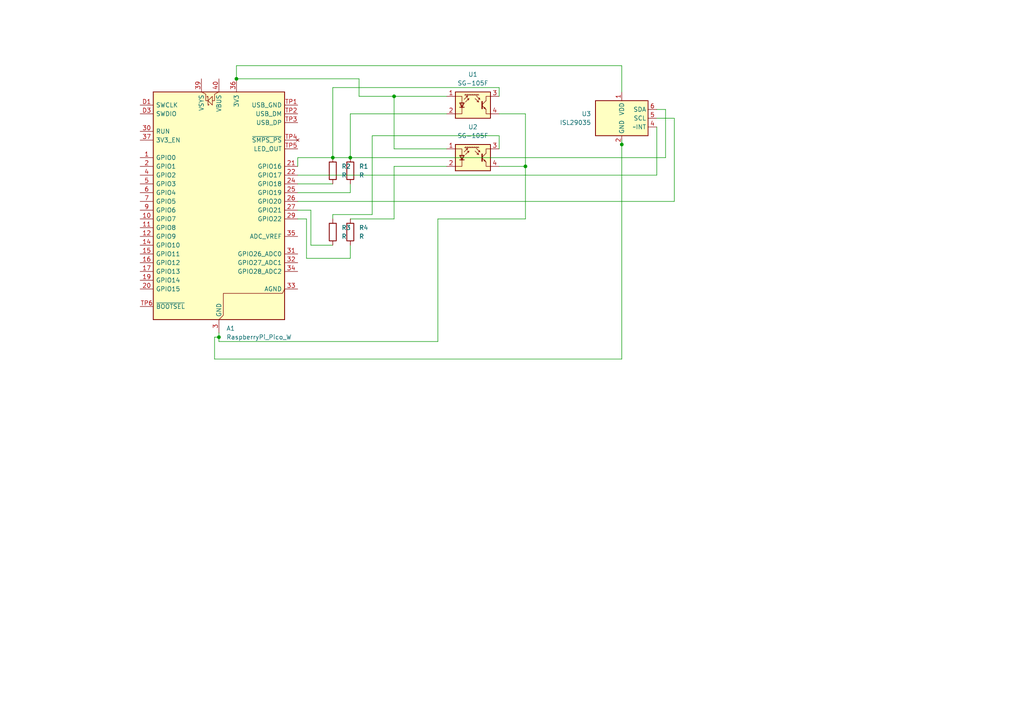
<source format=kicad_sch>
(kicad_sch (version 20250114) (generator "eeschema") (generator_version "9.0")
  (paper "A4")
  (lib_symbols
    (symbol "Device:R" (pin_numbers (hide yes)) (pin_names (offset 0))
      (property "Reference" "R" (at 2.032 0 90))
      (property "Value" "R" (at 0 0 90))
      (symbol "R_0_1"
        (rectangle (start -1.016 -2.54) (end 1.016 2.54) (stroke (width 0.254)))
      )
      (symbol "R_1_1"
        (pin passive line (at 0 3.81 270) (length 1.27) (name "~") (number "1"))
        (pin passive line (at 0 -3.81 90) (length 1.27) (name "~") (number "2"))
      )
    )
    (symbol "MCU_Module:RaspberryPi_Pico_W_Extensive" (pin_names (offset 0.762))
      (property "Reference" "A" (at -19.05 35.56 0))
      (property "Value" "RaspberryPi_Pico_W" (at 7.62 35.56 0))
      (symbol "RaspberryPi_Pico_W_Extensive_0_1"
        (rectangle (start -19.05 34.29) (end 19.05 -31.75) (stroke (width 0.254)) (fill (type background)))
        (polyline (pts (xy -5.08 34.29) (xy -3.81 33.655) (xy -3.81 31.75) (xy -3.175 31.75)))
        (polyline (pts (xy -3.429 32.766) (xy -3.429 33.02) (xy -3.175 33.02) (xy -3.175 30.48) (xy -2.921 30.48) (xy -2.921 30.734)))
        (polyline (pts (xy -3.175 31.75) (xy -1.905 33.02) (xy -1.905 30.48) (xy -3.175 31.75)))
        (polyline (pts (xy 0 34.29) (xy -1.27 33.655) (xy -1.27 31.75) (xy -1.905 31.75)))
        (polyline (pts (xy 0 -31.75) (xy 1.27 -30.48) (xy 1.27 -24.13) (xy 18.415 -24.13) (xy 19.05 -22.86)))
      )
      (symbol "RaspberryPi_Pico_W_Extensive_1_1"
        (pin input line (at -22.86 30.48 0) (length 3.81) (name "SWCLK") (number "D1"))
        (pin bidirectional line (at -22.86 27.94 0) (length 3.81) (name "SWDIO") (number "D3"))
        (pin passive line (at -22.86 22.86 0) (length 3.81) (name "RUN") (number "30"))
        (pin passive line (at -22.86 20.32 0) (length 3.81) (name "3V3_EN") (number "37"))
        (pin bidirectional line (at -22.86 15.24 0) (length 3.81) (name "GPIO0") (number "1"))
        (pin bidirectional line (at -22.86 12.7 0) (length 3.81) (name "GPIO1") (number "2"))
        (pin bidirectional line (at -22.86 10.16 0) (length 3.81) (name "GPIO2") (number "4"))
        (pin bidirectional line (at -22.86 7.62 0) (length 3.81) (name "GPIO3") (number "5"))
        (pin bidirectional line (at -22.86 5.08 0) (length 3.81) (name "GPIO4") (number "6"))
        (pin bidirectional line (at -22.86 2.54 0) (length 3.81) (name "GPIO5") (number "7"))
        (pin bidirectional line (at -22.86 0 0) (length 3.81) (name "GPIO6") (number "9"))
        (pin bidirectional line (at -22.86 -2.54 0) (length 3.81) (name "GPIO7") (number "10"))
        (pin bidirectional line (at -22.86 -5.08 0) (length 3.81) (name "GPIO8") (number "11"))
        (pin bidirectional line (at -22.86 -7.62 0) (length 3.81) (name "GPIO9") (number "12"))
        (pin bidirectional line (at -22.86 -10.16 0) (length 3.81) (name "GPIO10") (number "14"))
        (pin bidirectional line (at -22.86 -12.7 0) (length 3.81) (name "GPIO11") (number "15"))
        (pin bidirectional line (at -22.86 -15.24 0) (length 3.81) (name "GPIO12") (number "16"))
        (pin bidirectional line (at -22.86 -17.78 0) (length 3.81) (name "GPIO13") (number "17"))
        (pin bidirectional line (at -22.86 -20.32 0) (length 3.81) (name "GPIO14") (number "19"))
        (pin bidirectional line (at -22.86 -22.86 0) (length 3.81) (name "GPIO15") (number "20"))
        (pin input line (at -22.86 -27.94 0) (length 3.81) (name "~{BOOTSEL}") (number "TP6"))
        (pin power_in line (at -5.08 38.1 270) (length 3.81) (name "VSYS") (number "39"))
        (pin power_out line (at 0 38.1 270) (length 3.81) (name "VBUS") (number "40"))
        (pin passive line (at 0 -35.56 90) (length 3.81) (hide yes) (name "GND") (number "13"))
        (pin passive line (at 0 -35.56 90) (length 3.81) (hide yes) (name "GND") (number "18"))
        (pin passive line (at 0 -35.56 90) (length 3.81) (hide yes) (name "GND") (number "23"))
        (pin passive line (at 0 -35.56 90) (length 3.81) (hide yes) (name "GND") (number "28"))
        (pin power_out line (at 0 -35.56 90) (length 3.81) (name "GND") (number "3"))
        (pin passive line (at 0 -35.56 90) (length 3.81) (hide yes) (name "GND") (number "38"))
        (pin passive line (at 0 -35.56 90) (length 3.81) (hide yes) (name "GND") (number "8"))
        (pin passive line (at 0 -35.56 90) (length 3.81) (hide yes) (name "GND") (number "D2"))
        (pin power_out line (at 5.08 38.1 270) (length 3.81) (name "3V3") (number "36"))
        (pin power_out line (at 22.86 30.48 180) (length 3.81) (name "USB_GND") (number "TP1"))
        (pin bidirectional line (at 22.86 27.94 180) (length 3.81) (name "USB_DM") (number "TP2"))
        (pin bidirectional line (at 22.86 25.4 180) (length 3.81) (name "USB_DP") (number "TP3"))
        (pin no_connect line (at 22.86 20.32 180) (length 3.81) (name "~{SMPS_PS}") (number "TP4"))
        (pin output line (at 22.86 17.78 180) (length 3.81) (name "LED_OUT") (number "TP5"))
        (pin bidirectional line (at 22.86 12.7 180) (length 3.81) (name "GPIO16") (number "21"))
        (pin bidirectional line (at 22.86 10.16 180) (length 3.81) (name "GPIO17") (number "22"))
        (pin bidirectional line (at 22.86 7.62 180) (length 3.81) (name "GPIO18") (number "24"))
        (pin bidirectional line (at 22.86 5.08 180) (length 3.81) (name "GPIO19") (number "25"))
        (pin bidirectional line (at 22.86 2.54 180) (length 3.81) (name "GPIO20") (number "26"))
        (pin bidirectional line (at 22.86 0 180) (length 3.81) (name "GPIO21") (number "27"))
        (pin bidirectional line (at 22.86 -2.54 180) (length 3.81) (name "GPIO22") (number "29"))
        (pin power_in line (at 22.86 -7.62 180) (length 3.81) (name "ADC_VREF") (number "35"))
        (pin bidirectional line (at 22.86 -12.7 180) (length 3.81) (name "GPIO26_ADC0") (number "31"))
        (pin bidirectional line (at 22.86 -15.24 180) (length 3.81) (name "GPIO27_ADC1") (number "32"))
        (pin bidirectional line (at 22.86 -17.78 180) (length 3.81) (name "GPIO28_ADC2") (number "34"))
        (pin power_out line (at 22.86 -22.86 180) (length 3.81) (name "AGND") (number "33"))
      )
    )
    (symbol "Sensor_Optical:ISL29035"
      (property "Reference" "U" (at -7.62 6.35 0))
      (property "Value" "ISL29035" (at 1.27 6.35 0))
      (symbol "ISL29035_0_1"
        (rectangle (start -7.62 5.08) (end 7.62 -5.08) (stroke (width 0.254)) (fill (type background)))
      )
      (symbol "ISL29035_1_1"
        (pin no_connect line (at -7.62 0 0) (length 2.54) (hide yes) (name "NC") (number "3"))
        (pin power_in line (at 0 7.62 270) (length 2.54) (name "VDD") (number "1"))
        (pin power_in line (at 0 -7.62 90) (length 2.54) (name "GND") (number "2"))
        (pin bidirectional line (at 10.16 2.54 180) (length 2.54) (name "SDA") (number "6"))
        (pin input line (at 10.16 0 180) (length 2.54) (name "SCL") (number "5"))
        (pin open_collector line (at 10.16 -2.54 180) (length 2.54) (name "~INT") (number "4"))
      )
    )
    (symbol "Sensor_Proximity:SG-105F" (pin_names (offset 1.016) (hide yes))
      (property "Reference" "U" (at -3.81 5.08 0))
      (property "Value" "SG-105F" (at 8.89 5.08 0))
      (symbol "SG-105F_0_1"
        (polyline (pts (xy -5.08 -2.54) (xy -3.175 -2.54) (xy -3.175 2.54) (xy -5.08 2.54)))
        (polyline (pts (xy -5.08 -3.81) (xy 5.08 -3.81) (xy 5.08 3.81) (xy -5.08 3.81) (xy -5.08 -3.81)) (stroke (width 0.254)) (fill (type background)))
        (polyline (pts (xy -3.81 -0.635) (xy -2.54 -0.635)) (stroke (width 0.254)))
        (polyline (pts (xy -3.175 -0.635) (xy -3.81 0.635) (xy -2.54 0.635) (xy -3.175 -0.635)) (stroke (width 0.254)))
        (polyline (pts (xy -2.54 1.651) (xy -1.524 2.667) (xy -2.032 2.54)))
        (polyline (pts (xy -2.286 2.921) (xy -2.032 3.175)))
        (polyline (pts (xy -2.159 0.889) (xy -1.143 1.905) (xy -1.651 1.778)))
        (polyline (pts (xy -1.778 2.921) (xy -1.524 3.175)))
        (polyline (pts (xy -1.524 2.667) (xy -1.651 2.159)))
        (polyline (pts (xy -1.27 2.921) (xy -1.016 3.175)))
        (polyline (pts (xy -1.143 1.905) (xy -1.27 1.397)))
        (polyline (pts (xy -0.762 2.921) (xy -0.508 3.175)))
        (polyline (pts (xy -0.254 2.921) (xy 0 3.175)))
        (polyline (pts (xy 0.254 2.921) (xy 0.508 3.175)))
        (polyline (pts (xy 0.635 1.905) (xy 1.651 0.889) (xy 1.524 1.397)))
        (polyline (pts (xy 0.762 2.921) (xy 1.016 3.175)))
        (polyline (pts (xy 1.016 2.667) (xy 2.032 1.651) (xy 1.905 2.159)))
        (polyline (pts (xy 1.27 2.921) (xy 1.524 3.175)))
        (polyline (pts (xy 1.651 0.889) (xy 1.143 1.016)))
        (polyline (pts (xy 1.778 2.921) (xy -2.413 2.921)))
        (polyline (pts (xy 2.032 1.651) (xy 1.524 1.778)))
        (polyline (pts (xy 2.667 1.016) (xy 2.667 -1.016) (xy 2.667 -1.016)) (stroke (width 0.3556)))
        (polyline (pts (xy 2.667 0.127) (xy 3.81 1.27)))
        (polyline (pts (xy 2.667 -0.127) (xy 3.81 -1.27)))
        (polyline (pts (xy 3.683 -1.143) (xy 3.429 -0.635) (xy 3.175 -0.889) (xy 3.683 -1.143)))
        (polyline (pts (xy 3.81 1.27) (xy 3.81 2.54) (xy 5.08 2.54)))
        (polyline (pts (xy 3.81 -1.27) (xy 3.81 -2.54) (xy 5.08 -2.54)))
      )
      (symbol "SG-105F_1_1"
        (pin passive line (at -7.62 2.54 0) (length 2.54) (name "A") (number "1"))
        (pin passive line (at -7.62 -2.54 0) (length 2.54) (name "K") (number "2"))
        (pin open_collector line (at 7.62 2.54 180) (length 2.54) (name "C") (number "3"))
        (pin open_emitter line (at 7.62 -2.54 180) (length 2.54) (name "E") (number "4"))
      )
    )
  )
  (junction (at 68.58 22.86))
  (junction (at 152.4 48.26))
  (junction (at 101.6 45.72))
  (junction (at 63.5 97.79))
  (junction (at 180.34 41.91))
  (junction (at 114.3 27.94))
  (junction (at 96.52 45.72))
  (wire (pts (xy 68.58 19.05) (xy 68.58 22.86)))
  (wire (pts (xy 152.4 63.5) (xy 152.4 48.26)))
  (wire (pts (xy 180.34 104.14) (xy 62.23 104.14)))
  (wire (pts (xy 193.04 45.72) (xy 101.6 45.72)))
  (wire (pts (xy 101.6 33.02) (xy 101.6 45.72)))
  (wire (pts (xy 114.3 48.26) (xy 114.3 63.5)))
  (wire (pts (xy 129.54 48.26) (xy 114.3 48.26)))
  (wire (pts (xy 180.34 41.91) (xy 180.34 104.14)))
  (wire (pts (xy 107.95 39.37) (xy 107.95 62.23)))
  (wire (pts (xy 86.36 63.5) (xy 88.9 63.5)))
  (wire (pts (xy 88.9 74.93) (xy 88.9 63.5)))
  (wire (pts (xy 190.5 31.75) (xy 193.04 31.75)))
  (wire (pts (xy 86.36 45.72) (xy 86.36 48.26)))
  (wire (pts (xy 96.52 62.23) (xy 96.52 63.5)))
  (wire (pts (xy 180.34 40.64) (xy 180.34 41.91)))
  (wire (pts (xy 180.34 19.05) (xy 68.58 19.05)))
  (wire (pts (xy 63.5 97.79) (xy 63.5 99.06)))
  (wire (pts (xy 195.58 34.29) (xy 195.58 58.42)))
  (wire (pts (xy 114.3 63.5) (xy 101.6 63.5)))
  (wire (pts (xy 96.52 71.12) (xy 90.17 71.12)))
  (wire (pts (xy 190.5 34.29) (xy 195.58 34.29)))
  (wire (pts (xy 180.34 26.67) (xy 180.34 19.05)))
  (wire (pts (xy 195.58 58.42) (xy 86.36 58.42)))
  (wire (pts (xy 86.36 53.34) (xy 96.52 53.34)))
  (wire (pts (xy 104.14 22.86) (xy 68.58 22.86)))
  (wire (pts (xy 90.17 71.12) (xy 90.17 60.96)))
  (wire (pts (xy 144.78 43.18) (xy 144.78 39.37)))
  (wire (pts (xy 127 63.5) (xy 152.4 63.5)))
  (wire (pts (xy 129.54 27.94) (xy 114.3 27.94)))
  (wire (pts (xy 114.3 27.94) (xy 104.14 27.94)))
  (wire (pts (xy 190.5 36.83) (xy 190.5 50.8)))
  (wire (pts (xy 144.78 48.26) (xy 152.4 48.26)))
  (wire (pts (xy 144.78 39.37) (xy 107.95 39.37)))
  (wire (pts (xy 144.78 27.94) (xy 144.78 25.4)))
  (wire (pts (xy 104.14 27.94) (xy 104.14 22.86)))
  (wire (pts (xy 101.6 53.34) (xy 101.6 55.88)))
  (wire (pts (xy 101.6 33.02) (xy 129.54 33.02)))
  (wire (pts (xy 86.36 50.8) (xy 190.5 50.8)))
  (wire (pts (xy 152.4 48.26) (xy 152.4 33.02)))
  (wire (pts (xy 114.3 27.94) (xy 114.3 43.18)))
  (wire (pts (xy 107.95 62.23) (xy 96.52 62.23)))
  (wire (pts (xy 86.36 60.96) (xy 90.17 60.96)))
  (wire (pts (xy 101.6 74.93) (xy 88.9 74.93)))
  (wire (pts (xy 129.54 43.18) (xy 114.3 43.18)))
  (wire (pts (xy 62.23 97.79) (xy 63.5 97.79)))
  (wire (pts (xy 96.52 45.72) (xy 86.36 45.72)))
  (wire (pts (xy 101.6 71.12) (xy 101.6 74.93)))
  (wire (pts (xy 101.6 55.88) (xy 86.36 55.88)))
  (wire (pts (xy 144.78 25.4) (xy 96.52 25.4)))
  (wire (pts (xy 127 99.06) (xy 127 63.5)))
  (wire (pts (xy 63.5 96.52) (xy 63.5 97.79)))
  (wire (pts (xy 62.23 104.14) (xy 62.23 97.79)))
  (wire (pts (xy 96.52 25.4) (xy 96.52 45.72)))
  (wire (pts (xy 152.4 33.02) (xy 144.78 33.02)))
  (wire (pts (xy 101.6 45.72) (xy 96.52 45.72)))
  (wire (pts (xy 63.5 99.06) (xy 127 99.06)))
  (wire (pts (xy 193.04 31.75) (xy 193.04 45.72)))
  (symbol (lib_id "Device:R") (at 101.6 67.31 0) (unit 1)
    (property "Reference" "R4" (at 104.14 66.0399 0) (effects (justify left)))
    (property "Value" "R" (at 104.14 68.5799 0) (effects (justify left)))
    (property "Description" "Resistor" (effects (hide yes)))
  )
  (symbol (lib_id "Device:R") (at 96.52 67.31 0) (unit 1)
    (property "Reference" "R3" (at 99.06 66.0399 0) (effects (justify left)))
    (property "Value" "R" (at 99.06 68.5799 0) (effects (justify left)))
    (property "Description" "Resistor" (effects (hide yes)))
  )
  (symbol (lib_id "Device:R") (at 101.6 49.53 0) (unit 1)
    (property "Reference" "R1" (at 104.14 48.2599 0) (effects (justify left)))
    (property "Value" "R" (at 104.14 50.7999 0) (effects (justify left)))
    (property "Description" "Resistor" (effects (hide yes)))
  )
  (symbol (lib_id "Device:R") (at 96.52 49.53 0) (unit 1)
    (property "Reference" "R2" (at 99.06 48.2599 0) (effects (justify left)))
    (property "Value" "R" (at 99.06 50.7999 0) (effects (justify left)))
    (property "Description" "Resistor" (effects (hide yes)))
  )
  (symbol (lib_id "Sensor_Proximity:SG-105F") (at 137.16 45.72 0) (unit 1)
    (property "Reference" "U2" (at 137.16 36.83 0))
    (property "Value" "SG-105F" (at 137.16 39.37 0))
    (property "Footprint" "OptoDevice:Kodenshi_SG105F" (effects (hide yes)))
    (property "Datasheet" "http://www.kodenshi.co.jp/products/pdf/sensor/photointerrupter_ref/SG-105F.pdf" (effects (hide yes)))
    (property "Description" "Subminiature Reflective Optical Sensor, DIP-lie THT-package" (effects (hide yes)))
  )
  (symbol (lib_id "Sensor_Optical:ISL29035") (at 180.34 34.29 0) (unit 1)
    (property "Reference" "U3" (at 171.45 33.0199 0) (effects (justify right)))
    (property "Value" "ISL29035" (at 171.45 35.5599 0) (effects (justify right)))
    (property "Footprint" "OptoDevice:Renesas_DFN-6_1.5x1.6mm_P0.5mm" (effects (hide yes)))
    (property "Datasheet" "https://www.renesas.com/us/en/document/dst/isl29035-datasheet" (effects (hide yes)))
    (property "Description" "ambient light sensor, i2c interface, 2.25-3.63V, DFN-6" (effects (hide yes)))
  )
  (symbol (lib_id "Sensor_Proximity:SG-105F") (at 137.16 30.48 0) (unit 1)
    (property "Reference" "U1" (at 137.16 21.59 0))
    (property "Value" "SG-105F" (at 137.16 24.13 0))
    (property "Footprint" "OptoDevice:Kodenshi_SG105F" (effects (hide yes)))
    (property "Datasheet" "http://www.kodenshi.co.jp/products/pdf/sensor/photointerrupter_ref/SG-105F.pdf" (effects (hide yes)))
    (property "Description" "Subminiature Reflective Optical Sensor, DIP-lie THT-package" (effects (hide yes)))
  )
  (symbol (lib_id "MCU_Module:RaspberryPi_Pico_W_Extensive") (at 63.5 60.96 0) (unit 1)
    (property "Reference" "A1" (at 65.6433 95.25 0) (effects (justify left)))
    (property "Value" "RaspberryPi_Pico_W" (at 65.6433 97.79 0) (effects (justify left)))
    (property "Footprint" "Module:RaspberryPi_Pico_W_SMD" (effects (hide yes)))
    (property "Datasheet" "https://datasheets.raspberrypi.com/picow/pico-w-datasheet.pdf" (effects (hide yes)))
    (property "Description" "Versatile and inexpensive wireless microcontroller module (with full pinout for test point and debug connections) powered by RP2040 dual-core Arm Cortex-M0+ processor up to 133 MHz, 264kB SRAM, 2MB QSPI flash, Infineon CYW43439 2.4GHz 802.11n wireless LAN; also supports Raspberry Pi Pico 2 W" (effects (hide yes)))
  )
)
</source>
